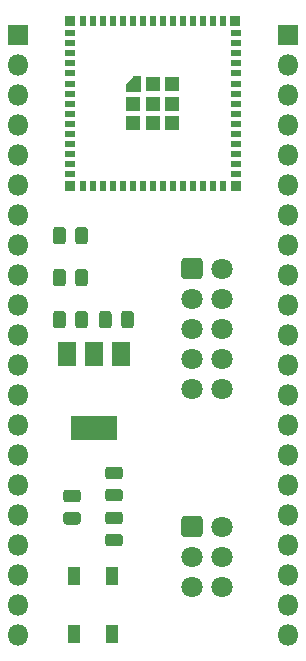
<source format=gbr>
%TF.GenerationSoftware,KiCad,Pcbnew,(5.1.6-0)*%
%TF.CreationDate,2021-10-14T13:54:28-06:00*%
%TF.ProjectId,ESP32-S2-Mini,45535033-322d-4533-922d-4d696e692e6b,rev?*%
%TF.SameCoordinates,Original*%
%TF.FileFunction,Soldermask,Top*%
%TF.FilePolarity,Negative*%
%FSLAX46Y46*%
G04 Gerber Fmt 4.6, Leading zero omitted, Abs format (unit mm)*
G04 Created by KiCad (PCBNEW (5.1.6-0)) date 2021-10-14 13:54:28*
%MOMM*%
%LPD*%
G01*
G04 APERTURE LIST*
%ADD10R,1.601600X2.101600*%
%ADD11R,3.901600X2.101600*%
%ADD12R,1.301600X1.301600*%
%ADD13C,0.100000*%
%ADD14R,0.901600X0.901600*%
%ADD15R,0.501600X0.901600*%
%ADD16R,0.901600X0.501600*%
%ADD17C,1.801600*%
%ADD18O,1.801600X1.801600*%
%ADD19R,1.801600X1.801600*%
%ADD20R,1.101600X1.601600*%
G04 APERTURE END LIST*
D10*
%TO.C,U1*%
X196673500Y-98132500D03*
X192073500Y-98132500D03*
X194373500Y-98132500D03*
D11*
X194373500Y-104432500D03*
%TD*%
D12*
%TO.C,U2*%
X197740000Y-78612000D03*
X201040000Y-78612000D03*
X201040000Y-75312000D03*
D13*
G36*
X198349911Y-74662176D02*
G01*
X198359440Y-74665067D01*
X198368223Y-74669761D01*
X198375921Y-74676079D01*
X198382239Y-74683777D01*
X198386933Y-74692560D01*
X198389824Y-74702089D01*
X198390800Y-74712000D01*
X198390800Y-75912000D01*
X198389824Y-75921911D01*
X198386933Y-75931440D01*
X198382239Y-75940223D01*
X198375921Y-75947921D01*
X198368223Y-75954239D01*
X198359440Y-75958933D01*
X198349911Y-75961824D01*
X198340000Y-75962800D01*
X197140000Y-75962800D01*
X197130089Y-75961824D01*
X197120560Y-75958933D01*
X197111777Y-75954239D01*
X197104079Y-75947921D01*
X197097761Y-75940223D01*
X197093067Y-75931440D01*
X197090176Y-75921911D01*
X197089200Y-75912000D01*
X197089200Y-75312000D01*
X197090176Y-75302089D01*
X197093067Y-75292560D01*
X197097761Y-75283777D01*
X197104079Y-75276079D01*
X197704079Y-74676079D01*
X197711777Y-74669761D01*
X197720560Y-74665067D01*
X197730089Y-74662176D01*
X197740000Y-74661200D01*
X198340000Y-74661200D01*
X198349911Y-74662176D01*
G37*
D12*
X199390000Y-78612000D03*
X197740000Y-76962000D03*
X199390000Y-75312000D03*
X201040000Y-76962000D03*
X199390000Y-76962000D03*
D14*
X206390000Y-83962000D03*
X192390000Y-83962000D03*
X206340000Y-69962000D03*
X192390000Y-69962000D03*
D15*
X193440000Y-69962000D03*
X194290000Y-69962000D03*
X195140000Y-69962000D03*
X195990000Y-69962000D03*
X196840000Y-69962000D03*
X197690000Y-69962000D03*
X198540000Y-69962000D03*
X199390000Y-69962000D03*
X200240000Y-69962000D03*
X201090000Y-69962000D03*
X201940000Y-69962000D03*
X202790000Y-69962000D03*
X203640000Y-69962000D03*
X204490000Y-69962000D03*
X205340000Y-69962000D03*
D16*
X206390000Y-71012000D03*
X206390000Y-71862000D03*
X206390000Y-72712000D03*
X206390000Y-73562000D03*
X206390000Y-74412000D03*
X206390000Y-75262000D03*
X206390000Y-76112000D03*
X206390000Y-76962000D03*
X206390000Y-77812000D03*
X206390000Y-78662000D03*
X206390000Y-79512000D03*
X206390000Y-80362000D03*
X206390000Y-81212000D03*
X206390000Y-82062000D03*
X206390000Y-82912000D03*
D15*
X205340000Y-83962000D03*
X204490000Y-83962000D03*
X203640000Y-83962000D03*
X202790000Y-83962000D03*
X201940000Y-83962000D03*
X201090000Y-83962000D03*
X200240000Y-83962000D03*
X199390000Y-83962000D03*
X198540000Y-83962000D03*
X197690000Y-83962000D03*
X196840000Y-83962000D03*
X195990000Y-83962000D03*
X195140000Y-83962000D03*
X194290000Y-83962000D03*
X193440000Y-83962000D03*
D16*
X192390000Y-82912000D03*
X192390000Y-82062000D03*
X192390000Y-81212000D03*
X192390000Y-80362000D03*
X192390000Y-79512000D03*
X192390000Y-78662000D03*
X192390000Y-77812000D03*
X192390000Y-76962000D03*
X192390000Y-76112000D03*
X192390000Y-75262000D03*
X192390000Y-74412000D03*
X192390000Y-73562000D03*
X192390000Y-72712000D03*
X192390000Y-71862000D03*
X192390000Y-71012000D03*
%TD*%
%TO.C,R2*%
G36*
G01*
X193013650Y-110725800D02*
X192050350Y-110725800D01*
G75*
G02*
X191781200Y-110456650I0J269150D01*
G01*
X191781200Y-109918350D01*
G75*
G02*
X192050350Y-109649200I269150J0D01*
G01*
X193013650Y-109649200D01*
G75*
G02*
X193282800Y-109918350I0J-269150D01*
G01*
X193282800Y-110456650D01*
G75*
G02*
X193013650Y-110725800I-269150J0D01*
G01*
G37*
G36*
G01*
X193013650Y-112600800D02*
X192050350Y-112600800D01*
G75*
G02*
X191781200Y-112331650I0J269150D01*
G01*
X191781200Y-111793350D01*
G75*
G02*
X192050350Y-111524200I269150J0D01*
G01*
X193013650Y-111524200D01*
G75*
G02*
X193282800Y-111793350I0J-269150D01*
G01*
X193282800Y-112331650D01*
G75*
G02*
X193013650Y-112600800I-269150J0D01*
G01*
G37*
%TD*%
%TO.C,R1*%
G36*
G01*
X196569650Y-108772300D02*
X195606350Y-108772300D01*
G75*
G02*
X195337200Y-108503150I0J269150D01*
G01*
X195337200Y-107964850D01*
G75*
G02*
X195606350Y-107695700I269150J0D01*
G01*
X196569650Y-107695700D01*
G75*
G02*
X196838800Y-107964850I0J-269150D01*
G01*
X196838800Y-108503150D01*
G75*
G02*
X196569650Y-108772300I-269150J0D01*
G01*
G37*
G36*
G01*
X196569650Y-110647300D02*
X195606350Y-110647300D01*
G75*
G02*
X195337200Y-110378150I0J269150D01*
G01*
X195337200Y-109839850D01*
G75*
G02*
X195606350Y-109570700I269150J0D01*
G01*
X196569650Y-109570700D01*
G75*
G02*
X196838800Y-109839850I0J-269150D01*
G01*
X196838800Y-110378150D01*
G75*
G02*
X196569650Y-110647300I-269150J0D01*
G01*
G37*
%TD*%
D17*
%TO.C,J4*%
X205232000Y-101092000D03*
X205232000Y-98552000D03*
X205232000Y-96012000D03*
X205232000Y-93472000D03*
X205232000Y-90932000D03*
X202692000Y-101092000D03*
X202692000Y-98552000D03*
X202692000Y-96012000D03*
X202692000Y-93472000D03*
G36*
G01*
X201791200Y-91567859D02*
X201791200Y-90296141D01*
G75*
G02*
X202056141Y-90031200I264941J0D01*
G01*
X203327859Y-90031200D01*
G75*
G02*
X203592800Y-90296141I0J-264941D01*
G01*
X203592800Y-91567859D01*
G75*
G02*
X203327859Y-91832800I-264941J0D01*
G01*
X202056141Y-91832800D01*
G75*
G02*
X201791200Y-91567859I0J264941D01*
G01*
G37*
%TD*%
%TO.C,J3*%
X205232000Y-117856000D03*
X205232000Y-115316000D03*
X205232000Y-112776000D03*
X202692000Y-117856000D03*
X202692000Y-115316000D03*
G36*
G01*
X201791200Y-113411859D02*
X201791200Y-112140141D01*
G75*
G02*
X202056141Y-111875200I264941J0D01*
G01*
X203327859Y-111875200D01*
G75*
G02*
X203592800Y-112140141I0J-264941D01*
G01*
X203592800Y-113411859D01*
G75*
G02*
X203327859Y-113676800I-264941J0D01*
G01*
X202056141Y-113676800D01*
G75*
G02*
X201791200Y-113411859I0J264941D01*
G01*
G37*
%TD*%
D18*
%TO.C,J2*%
X210820000Y-121920000D03*
X210820000Y-119380000D03*
X210820000Y-116840000D03*
X210820000Y-114300000D03*
X210820000Y-111760000D03*
X210820000Y-109220000D03*
X210820000Y-106680000D03*
X210820000Y-104140000D03*
X210820000Y-101600000D03*
X210820000Y-99060000D03*
X210820000Y-96520000D03*
X210820000Y-93980000D03*
X210820000Y-91440000D03*
X210820000Y-88900000D03*
X210820000Y-86360000D03*
X210820000Y-83820000D03*
X210820000Y-81280000D03*
X210820000Y-78740000D03*
X210820000Y-76200000D03*
X210820000Y-73660000D03*
D19*
X210820000Y-71120000D03*
%TD*%
D18*
%TO.C,J1*%
X187960000Y-121920000D03*
X187960000Y-119380000D03*
X187960000Y-116840000D03*
X187960000Y-114300000D03*
X187960000Y-111760000D03*
X187960000Y-109220000D03*
X187960000Y-106680000D03*
X187960000Y-104140000D03*
X187960000Y-101600000D03*
X187960000Y-99060000D03*
X187960000Y-96520000D03*
X187960000Y-93980000D03*
X187960000Y-91440000D03*
X187960000Y-88900000D03*
X187960000Y-86360000D03*
X187960000Y-83820000D03*
X187960000Y-81280000D03*
X187960000Y-78740000D03*
X187960000Y-76200000D03*
X187960000Y-73660000D03*
D19*
X187960000Y-71120000D03*
%TD*%
D20*
%TO.C,D1*%
X195910000Y-116930000D03*
X192710000Y-116930000D03*
X195910000Y-121830000D03*
X192710000Y-121830000D03*
%TD*%
%TO.C,C5*%
G36*
G01*
X192804200Y-88619650D02*
X192804200Y-87656350D01*
G75*
G02*
X193073350Y-87387200I269150J0D01*
G01*
X193611650Y-87387200D01*
G75*
G02*
X193880800Y-87656350I0J-269150D01*
G01*
X193880800Y-88619650D01*
G75*
G02*
X193611650Y-88888800I-269150J0D01*
G01*
X193073350Y-88888800D01*
G75*
G02*
X192804200Y-88619650I0J269150D01*
G01*
G37*
G36*
G01*
X190929200Y-88619650D02*
X190929200Y-87656350D01*
G75*
G02*
X191198350Y-87387200I269150J0D01*
G01*
X191736650Y-87387200D01*
G75*
G02*
X192005800Y-87656350I0J-269150D01*
G01*
X192005800Y-88619650D01*
G75*
G02*
X191736650Y-88888800I-269150J0D01*
G01*
X191198350Y-88888800D01*
G75*
G02*
X190929200Y-88619650I0J269150D01*
G01*
G37*
%TD*%
%TO.C,C4*%
G36*
G01*
X192005800Y-91212350D02*
X192005800Y-92175650D01*
G75*
G02*
X191736650Y-92444800I-269150J0D01*
G01*
X191198350Y-92444800D01*
G75*
G02*
X190929200Y-92175650I0J269150D01*
G01*
X190929200Y-91212350D01*
G75*
G02*
X191198350Y-90943200I269150J0D01*
G01*
X191736650Y-90943200D01*
G75*
G02*
X192005800Y-91212350I0J-269150D01*
G01*
G37*
G36*
G01*
X193880800Y-91212350D02*
X193880800Y-92175650D01*
G75*
G02*
X193611650Y-92444800I-269150J0D01*
G01*
X193073350Y-92444800D01*
G75*
G02*
X192804200Y-92175650I0J269150D01*
G01*
X192804200Y-91212350D01*
G75*
G02*
X193073350Y-90943200I269150J0D01*
G01*
X193611650Y-90943200D01*
G75*
G02*
X193880800Y-91212350I0J-269150D01*
G01*
G37*
%TD*%
%TO.C,C3*%
G36*
G01*
X195894300Y-94768350D02*
X195894300Y-95731650D01*
G75*
G02*
X195625150Y-96000800I-269150J0D01*
G01*
X195086850Y-96000800D01*
G75*
G02*
X194817700Y-95731650I0J269150D01*
G01*
X194817700Y-94768350D01*
G75*
G02*
X195086850Y-94499200I269150J0D01*
G01*
X195625150Y-94499200D01*
G75*
G02*
X195894300Y-94768350I0J-269150D01*
G01*
G37*
G36*
G01*
X197769300Y-94768350D02*
X197769300Y-95731650D01*
G75*
G02*
X197500150Y-96000800I-269150J0D01*
G01*
X196961850Y-96000800D01*
G75*
G02*
X196692700Y-95731650I0J269150D01*
G01*
X196692700Y-94768350D01*
G75*
G02*
X196961850Y-94499200I269150J0D01*
G01*
X197500150Y-94499200D01*
G75*
G02*
X197769300Y-94768350I0J-269150D01*
G01*
G37*
%TD*%
%TO.C,C2*%
G36*
G01*
X192005800Y-94768350D02*
X192005800Y-95731650D01*
G75*
G02*
X191736650Y-96000800I-269150J0D01*
G01*
X191198350Y-96000800D01*
G75*
G02*
X190929200Y-95731650I0J269150D01*
G01*
X190929200Y-94768350D01*
G75*
G02*
X191198350Y-94499200I269150J0D01*
G01*
X191736650Y-94499200D01*
G75*
G02*
X192005800Y-94768350I0J-269150D01*
G01*
G37*
G36*
G01*
X193880800Y-94768350D02*
X193880800Y-95731650D01*
G75*
G02*
X193611650Y-96000800I-269150J0D01*
G01*
X193073350Y-96000800D01*
G75*
G02*
X192804200Y-95731650I0J269150D01*
G01*
X192804200Y-94768350D01*
G75*
G02*
X193073350Y-94499200I269150J0D01*
G01*
X193611650Y-94499200D01*
G75*
G02*
X193880800Y-94768350I0J-269150D01*
G01*
G37*
%TD*%
%TO.C,C1*%
G36*
G01*
X196569650Y-112582300D02*
X195606350Y-112582300D01*
G75*
G02*
X195337200Y-112313150I0J269150D01*
G01*
X195337200Y-111774850D01*
G75*
G02*
X195606350Y-111505700I269150J0D01*
G01*
X196569650Y-111505700D01*
G75*
G02*
X196838800Y-111774850I0J-269150D01*
G01*
X196838800Y-112313150D01*
G75*
G02*
X196569650Y-112582300I-269150J0D01*
G01*
G37*
G36*
G01*
X196569650Y-114457300D02*
X195606350Y-114457300D01*
G75*
G02*
X195337200Y-114188150I0J269150D01*
G01*
X195337200Y-113649850D01*
G75*
G02*
X195606350Y-113380700I269150J0D01*
G01*
X196569650Y-113380700D01*
G75*
G02*
X196838800Y-113649850I0J-269150D01*
G01*
X196838800Y-114188150D01*
G75*
G02*
X196569650Y-114457300I-269150J0D01*
G01*
G37*
%TD*%
M02*

</source>
